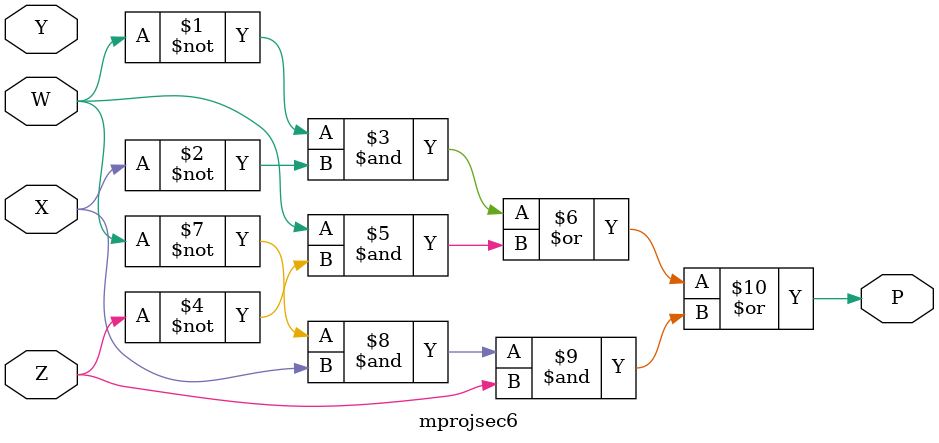
<source format=v>
module mprojsec6 (P, W, X, Y, Z);

	input W, X, Y, Z;
	output P;
	
	assign P = (~W & ~X) | (W & ~Z) | (~W & X & Z);
	
endmodule	
</source>
